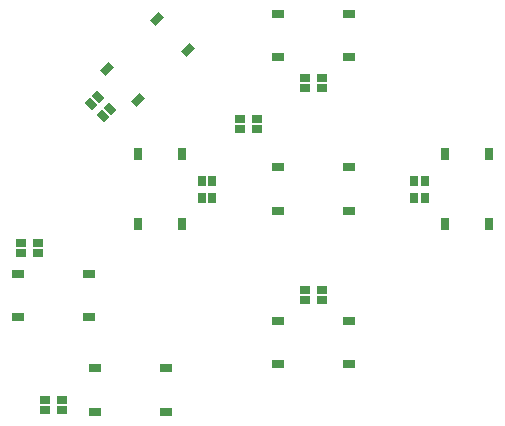
<source format=gtp>
G04*
G04 #@! TF.GenerationSoftware,Altium Limited,Altium Designer,24.4.1 (13)*
G04*
G04 Layer_Color=8421504*
%FSLAX44Y44*%
%MOMM*%
G71*
G04*
G04 #@! TF.SameCoordinates,756635CD-87F4-41CE-B67A-FD93177F9C21*
G04*
G04*
G04 #@! TF.FilePolarity,Positive*
G04*
G01*
G75*
%ADD12R,0.7000X1.0000*%
G04:AMPARAMS|DCode=13|XSize=1mm|YSize=0.7mm|CornerRadius=0mm|HoleSize=0mm|Usage=FLASHONLY|Rotation=45.000|XOffset=0mm|YOffset=0mm|HoleType=Round|Shape=Rectangle|*
%AMROTATEDRECTD13*
4,1,4,-0.1061,-0.6010,-0.6010,-0.1061,0.1061,0.6010,0.6010,0.1061,-0.1061,-0.6010,0.0*
%
%ADD13ROTATEDRECTD13*%

%ADD14R,1.0000X0.7000*%
%ADD15R,0.8500X0.6500*%
G04:AMPARAMS|DCode=16|XSize=0.65mm|YSize=0.85mm|CornerRadius=0mm|HoleSize=0mm|Usage=FLASHONLY|Rotation=45.000|XOffset=0mm|YOffset=0mm|HoleType=Round|Shape=Rectangle|*
%AMROTATEDRECTD16*
4,1,4,0.0707,-0.5303,-0.5303,0.0707,-0.0707,0.5303,0.5303,-0.0707,0.0707,-0.5303,0.0*
%
%ADD16ROTATEDRECTD16*%

%ADD17R,0.6500X0.8500*%
D12*
X121500Y180000D02*
D03*
Y240000D02*
D03*
X158500Y180000D02*
D03*
Y240000D02*
D03*
X381500Y180000D02*
D03*
Y240000D02*
D03*
X418500Y180000D02*
D03*
Y240000D02*
D03*
D13*
X95705Y311868D02*
D03*
X138132Y354295D02*
D03*
X121868Y285705D02*
D03*
X164295Y328132D02*
D03*
D14*
X20000Y138500D02*
D03*
X80000D02*
D03*
X20000Y101500D02*
D03*
X80000D02*
D03*
X85000Y58500D02*
D03*
X145000D02*
D03*
X85000Y21500D02*
D03*
X145000D02*
D03*
X240000Y98500D02*
D03*
X300000D02*
D03*
X240000Y61500D02*
D03*
X300000D02*
D03*
X240000Y228500D02*
D03*
X300000D02*
D03*
X240000Y191500D02*
D03*
X300000D02*
D03*
X240000Y358500D02*
D03*
X300000D02*
D03*
X240000Y321500D02*
D03*
X300000D02*
D03*
D15*
X222250Y269250D02*
D03*
Y260750D02*
D03*
X207750Y269250D02*
D03*
Y260750D02*
D03*
X57250Y31750D02*
D03*
Y23250D02*
D03*
X42750Y31750D02*
D03*
Y23250D02*
D03*
X277250Y124250D02*
D03*
Y115750D02*
D03*
X262750Y124250D02*
D03*
Y115750D02*
D03*
X37250Y164250D02*
D03*
Y155750D02*
D03*
X22750Y164250D02*
D03*
Y155750D02*
D03*
X277250Y304250D02*
D03*
Y295750D02*
D03*
X262750Y304250D02*
D03*
Y295750D02*
D03*
D16*
X98132Y277879D02*
D03*
X92121Y271868D02*
D03*
X87879Y288132D02*
D03*
X81868Y282121D02*
D03*
D17*
X364250Y202750D02*
D03*
X355750D02*
D03*
X364250Y217250D02*
D03*
X355750D02*
D03*
X184250Y202750D02*
D03*
X175750D02*
D03*
X184250Y217250D02*
D03*
X175750D02*
D03*
M02*

</source>
